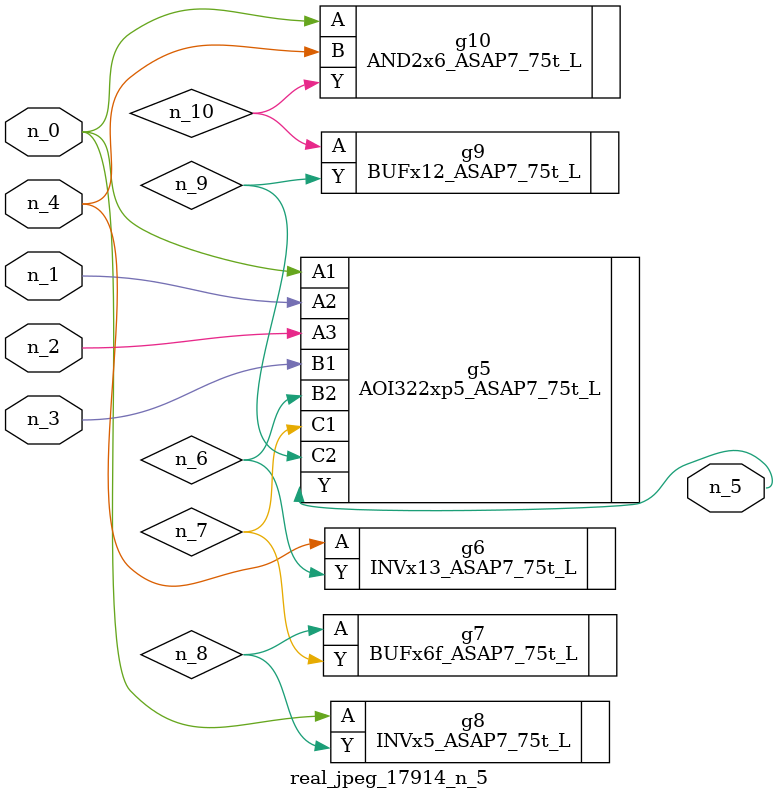
<source format=v>
module real_jpeg_17914_n_5 (n_4, n_0, n_1, n_2, n_3, n_5);

input n_4;
input n_0;
input n_1;
input n_2;
input n_3;

output n_5;

wire n_8;
wire n_6;
wire n_7;
wire n_10;
wire n_9;

AOI322xp5_ASAP7_75t_L g5 ( 
.A1(n_0),
.A2(n_1),
.A3(n_2),
.B1(n_3),
.B2(n_6),
.C1(n_7),
.C2(n_9),
.Y(n_5)
);

INVx5_ASAP7_75t_L g8 ( 
.A(n_0),
.Y(n_8)
);

AND2x6_ASAP7_75t_L g10 ( 
.A(n_0),
.B(n_4),
.Y(n_10)
);

INVx13_ASAP7_75t_L g6 ( 
.A(n_4),
.Y(n_6)
);

BUFx6f_ASAP7_75t_L g7 ( 
.A(n_8),
.Y(n_7)
);

BUFx12_ASAP7_75t_L g9 ( 
.A(n_10),
.Y(n_9)
);


endmodule
</source>
